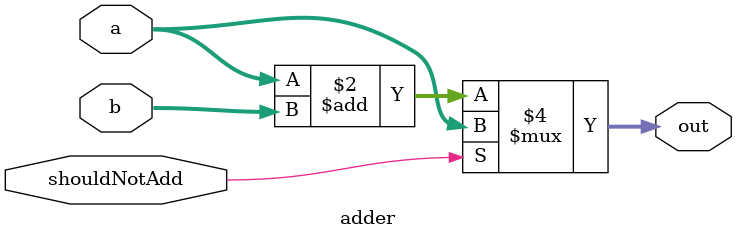
<source format=v>
`timescale 1ns / 1ps
module adder(
input [63:0] a,
input [63:0] b,
input shouldNotAdd,
output reg [63:0] out);
always @(*)
    if(shouldNotAdd)
        out = a ;
    else out = a + b;
endmodule

</source>
